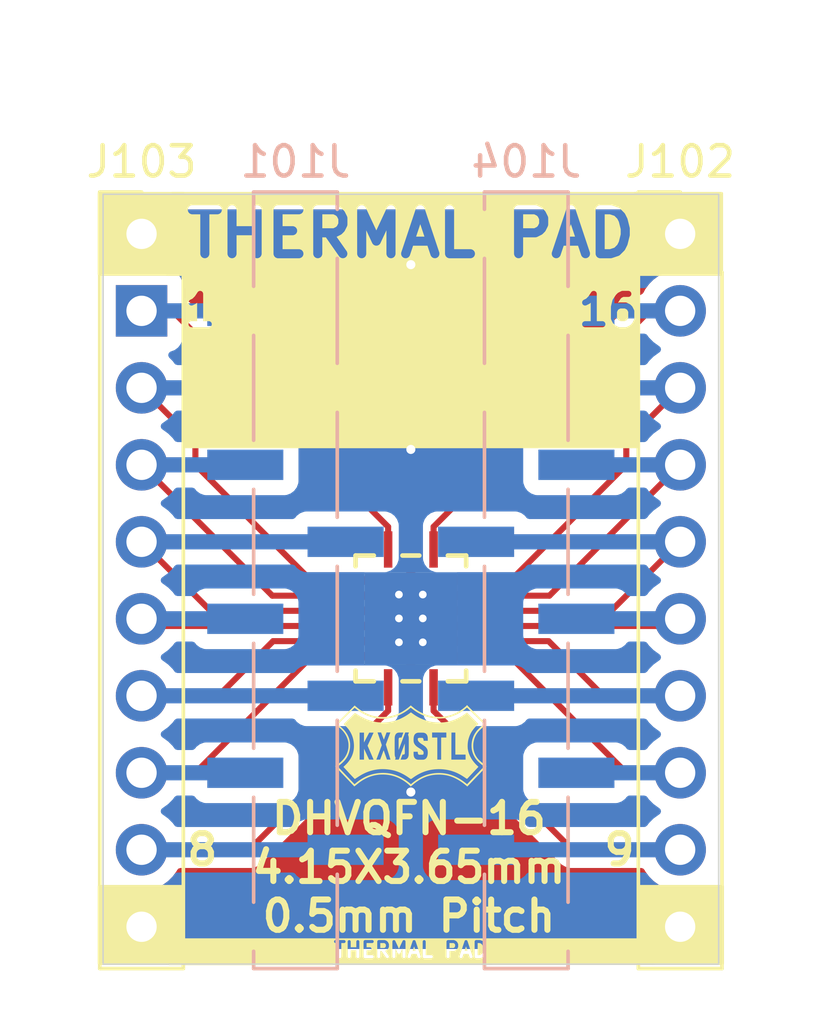
<source format=kicad_pcb>
(kicad_pcb (version 20241229) (generator "pcbnew") (generator_version "9.0")
  (layers (0 "F.Cu" signal) (2 "B.Cu" signal) (13 "F.Paste" user) (15 "B.Paste" user) (5 "F.SilkS" user "F.Silkscreen") (7 "B.SilkS" user "B.Silkscreen") (1 "F.Mask" user) (3 "B.Mask" user) (25 "Edge.Cuts" user))
  (net 0 "")
  (net 1 "/10")
  (net 2 "/3")
  (net 3 "/6")
  (net 4 "/8")
  (net 5 "/1")
  (net 6 "/7")
  (net 7 "/2")
  (net 8 "/9")
  (net 9 "/14")
  (net 10 "/15")
  (net 11 "/5")
  (net 12 "/4")
  (net 13 "/13")
  (net 14 "/12")
  (net 15 "/11")
  (net 16 "/17")
  (net 17 "/16")
  (footprint "libraries:RGY16_2P55X2P05" (layer "F.Cu") (at 133.096 112.5093)
    (property "Reference" "U101" (hide yes))
    (property "Value" "VQFN-16" (hide yes))
    (pad "1" smd rect (at -0.750001 -2.275) (size 0.28 1.2) (layers "F.Cu" "F.Mask") (net 5 "/1"))
    (pad "2" smd rect (at -2.032999 -1.25 90) (size 0.28 1.2) (layers "F.Cu" "F.Mask") (net 7 "/2"))
    (pad "3" smd rect (at -2.032999 -0.750001 90) (size 0.28 1.2) (layers "F.Cu" "F.Mask") (net 2 "/3"))
    (pad "4" smd rect (at -2.032999 -0.25 90) (size 0.28 1.2) (layers "F.Cu" "F.Mask") (net 12 "/4"))
    (pad "5" smd rect (at -2.032999 0.25 90) (size 0.28 1.2) (layers "F.Cu" "F.Mask") (net 11 "/5"))
    (pad "6" smd rect (at -2.032999 0.750001 90) (size 0.28 1.2) (layers "F.Cu" "F.Mask") (net 3 "/6"))
    (pad "7" smd rect (at -2.032999 1.25 90) (size 0.28 1.2) (layers "F.Cu" "F.Mask") (net 6 "/7"))
    (pad "8" smd rect (at -0.750001 2.275) (size 0.28 1.2) (layers "F.Cu" "F.Mask") (net 4 "/8"))
    (pad "9" smd rect (at 0.750001 2.275) (size 0.28 1.2) (layers "F.Cu" "F.Mask") (net 8 "/9"))
    (pad "10" smd rect (at 2.032999 1.25 90) (size 0.28 1.2) (layers "F.Cu" "F.Mask") (net 1 "/10"))
    (pad "11" smd rect (at 2.032999 0.750001 90) (size 0.28 1.2) (layers "F.Cu" "F.Mask") (net 15 "/11"))
    (pad "12" smd rect (at 2.032999 0.25 90) (size 0.28 1.2) (layers "F.Cu" "F.Mask") (net 14 "/12"))
    (pad "13" smd rect (at 2.032999 -0.25 90) (size 0.28 1.2) (layers "F.Cu" "F.Mask") (net 13 "/13"))
    (pad "14" smd rect (at 2.032999 -0.750001 90) (size 0.28 1.2) (layers "F.Cu" "F.Mask") (net 9 "/14"))
    (pad "15" smd rect (at 2.032999 -1.25 90) (size 0.28 1.2) (layers "F.Cu" "F.Mask") (net 10 "/15"))
    (pad "16" smd rect (at 0.750001 -2.275) (size 0.28 1.2) (layers "F.Cu" "F.Mask") (net 17 "/16"))
    (pad "17" thru_hole circle (at -0.3937 -0.7874) (size 0.508 0.508) (drill 0.254) (layers "*.Cu" "*.Mask") (net 16 "/17"))
    (pad "17" thru_hole circle (at -0.3937 0) (size 0.508 0.508) (drill 0.254) (layers "*.Cu" "*.Mask") (net 16 "/17"))
    (pad "17" thru_hole circle (at -0.3937 0.7874) (size 0.508 0.508) (drill 0.254) (layers "*.Cu" "*.Mask") (net 16 "/17"))
    (pad "17" smd rect (at 0 0) (size 2.05 2.55) (layers "F.Cu" "F.Mask") (net 16 "/17"))
    (pad "17" thru_hole circle (at 0.3937 -0.7874) (size 0.508 0.508) (drill 0.254) (layers "*.Cu" "*.Mask") (net 16 "/17"))
    (pad "17" thru_hole circle (at 0.3937 0) (size 0.508 0.508) (drill 0.254) (layers "*.Cu" "*.Mask") (net 16 "/17"))
    (pad "17" thru_hole circle (at 0.3937 0.7874) (size 0.508 0.508) (drill 0.254) (layers "*.Cu" "*.Mask") (net 16 "/17"))
  )
  (footprint "libraries:Logo_5mm_inv" (layer "F.Cu") (at 133.096 116.713)
    (property "Reference" "G***" (hide yes))
    (property "Value" "LOGO" (hide yes))
  )
  (footprint "Connector_PinHeader_2.54mm:PinHeader_1x10_P2.54mm_Vertical" (layer "F.Cu") (at 124.206 99.822)
    (property "Reference" "J103" (at 0 -2.38 0) (layer "F.SilkS"))
    (property "Value" "Conn_01x12")
    (pad "1" thru_hole circle (at 0 0) (size 1.7 1.7) (drill 1) (layers "*.Cu" "*.Mask") (net 16 "/17"))
    (pad "2" thru_hole rect (at 0 2.54) (size 1.7 1.7) (drill 1) (layers "*.Cu" "*.Mask") (net 5 "/1"))
    (pad "3" thru_hole circle (at 0 5.08) (size 1.7 1.7) (drill 1) (layers "*.Cu" "*.Mask") (net 7 "/2"))
    (pad "4" thru_hole circle (at 0 7.62) (size 1.7 1.7) (drill 1) (layers "*.Cu" "*.Mask") (net 2 "/3"))
    (pad "5" thru_hole circle (at 0 10.16) (size 1.7 1.7) (drill 1) (layers "*.Cu" "*.Mask") (net 12 "/4"))
    (pad "6" thru_hole circle (at 0 12.7) (size 1.7 1.7) (drill 1) (layers "*.Cu" "*.Mask") (net 11 "/5"))
    (pad "7" thru_hole circle (at 0 15.24) (size 1.7 1.7) (drill 1) (layers "*.Cu" "*.Mask") (net 3 "/6"))
    (pad "8" thru_hole circle (at 0 17.78) (size 1.7 1.7) (drill 1) (layers "*.Cu" "*.Mask") (net 6 "/7"))
    (pad "9" thru_hole circle (at 0 20.32) (size 1.7 1.7) (drill 1) (layers "*.Cu" "*.Mask") (net 4 "/8"))
    (pad "10" thru_hole circle (at 0 22.86) (size 1.7 1.7) (drill 1) (layers "*.Cu" "*.Mask") (net 16 "/17"))
  )
  (footprint "Connector_PinHeader_2.54mm:PinHeader_1x10_P2.54mm_Vertical" (layer "F.Cu") (at 141.986 99.822)
    (property "Reference" "J102" (at 0 -2.38 0) (layer "F.SilkS"))
    (property "Value" "Conn_01x09")
    (pad "1" thru_hole circle (at 0 0) (size 1.7 1.7) (drill 1) (layers "*.Cu" "*.Mask") (net 16 "/17"))
    (pad "2" thru_hole circle (at 0 2.54) (size 1.7 1.7) (drill 1) (layers "*.Cu" "*.Mask") (net 17 "/16"))
    (pad "3" thru_hole circle (at 0 5.08) (size 1.7 1.7) (drill 1) (layers "*.Cu" "*.Mask") (net 10 "/15"))
    (pad "4" thru_hole circle (at 0 7.62) (size 1.7 1.7) (drill 1) (layers "*.Cu" "*.Mask") (net 9 "/14"))
    (pad "5" thru_hole circle (at 0 10.16) (size 1.7 1.7) (drill 1) (layers "*.Cu" "*.Mask") (net 13 "/13"))
    (pad "6" thru_hole circle (at 0 12.7) (size 1.7 1.7) (drill 1) (layers "*.Cu" "*.Mask") (net 14 "/12"))
    (pad "7" thru_hole circle (at 0 15.24) (size 1.7 1.7) (drill 1) (layers "*.Cu" "*.Mask") (net 15 "/11"))
    (pad "8" thru_hole circle (at 0 17.78) (size 1.7 1.7) (drill 1) (layers "*.Cu" "*.Mask") (net 1 "/10"))
    (pad "9" thru_hole circle (at 0 20.32) (size 1.7 1.7) (drill 1) (layers "*.Cu" "*.Mask") (net 8 "/9"))
    (pad "10" thru_hole circle (at 0 22.86) (size 1.7 1.7) (drill 1) (layers "*.Cu" "*.Mask") (net 16 "/17"))
  )
  (footprint "Connector_PinHeader_2.54mm:PinHeader_1x10_P2.54mm_Vertical_SMD_Pin1Left" (layer "B.Cu") (at 129.286 111.252 180)
    (property "Reference" "J101" (at 0 13.81 0) (layer "B.SilkS") (effects (justify mirror)))
    (property "Value" "Conn_01x09")
    (pad "1" smd rect (at -1.655 11.43 180) (size 2.51 1) (layers "B.Cu" "B.Mask" "B.Paste") (net 16 "/17"))
    (pad "2" smd rect (at 1.655 8.89 180) (size 2.51 1) (layers "B.Cu" "B.Mask" "B.Paste") (net 5 "/1"))
    (pad "3" smd rect (at -1.655 6.35 180) (size 2.51 1) (layers "B.Cu" "B.Mask" "B.Paste") (net 7 "/2"))
    (pad "4" smd rect (at 1.655 3.81 180) (size 2.51 1) (layers "B.Cu" "B.Mask" "B.Paste") (net 2 "/3"))
    (pad "5" smd rect (at -1.655 1.27 180) (size 2.51 1) (layers "B.Cu" "B.Mask" "B.Paste") (net 12 "/4"))
    (pad "6" smd rect (at 1.655 -1.27 180) (size 2.51 1) (layers "B.Cu" "B.Mask" "B.Paste") (net 11 "/5"))
    (pad "7" smd rect (at -1.655 -3.81 180) (size 2.51 1) (layers "B.Cu" "B.Mask" "B.Paste") (net 3 "/6"))
    (pad "8" smd rect (at 1.655 -6.35 180) (size 2.51 1) (layers "B.Cu" "B.Mask" "B.Paste") (net 6 "/7"))
    (pad "9" smd rect (at -1.655 -8.89 180) (size 2.51 1) (layers "B.Cu" "B.Mask" "B.Paste") (net 4 "/8"))
    (pad "10" smd rect (at 1.655 -11.43 180) (size 2.51 1) (layers "B.Cu" "B.Mask" "B.Paste") (net 16 "/17"))
  )
  (footprint "Connector_PinHeader_2.54mm:PinHeader_1x10_P2.54mm_Vertical_SMD_Pin1Right" (layer "B.Cu") (at 136.906 111.252 180)
    (property "Reference" "J104" (at 0 13.81 0) (layer "B.SilkS") (effects (justify mirror)))
    (property "Value" "Conn_01x09")
    (pad "1" smd rect (at 1.655 11.43 180) (size 2.51 1) (layers "B.Cu" "B.Mask" "B.Paste") (net 16 "/17"))
    (pad "2" smd rect (at -1.655 8.89 180) (size 2.51 1) (layers "B.Cu" "B.Mask" "B.Paste") (net 17 "/16"))
    (pad "3" smd rect (at 1.655 6.35 180) (size 2.51 1) (layers "B.Cu" "B.Mask" "B.Paste") (net 10 "/15"))
    (pad "4" smd rect (at -1.655 3.81 180) (size 2.51 1) (layers "B.Cu" "B.Mask" "B.Paste") (net 9 "/14"))
    (pad "5" smd rect (at 1.655 1.27 180) (size 2.51 1) (layers "B.Cu" "B.Mask" "B.Paste") (net 13 "/13"))
    (pad "6" smd rect (at -1.655 -1.27 180) (size 2.51 1) (layers "B.Cu" "B.Mask" "B.Paste") (net 14 "/12"))
    (pad "7" smd rect (at 1.655 -3.81 180) (size 2.51 1) (layers "B.Cu" "B.Mask" "B.Paste") (net 15 "/11"))
    (pad "8" smd rect (at -1.655 -6.35 180) (size 2.51 1) (layers "B.Cu" "B.Mask" "B.Paste") (net 1 "/10"))
    (pad "9" smd rect (at 1.655 -8.89 180) (size 2.51 1) (layers "B.Cu" "B.Mask" "B.Paste") (net 8 "/9"))
    (pad "10" smd rect (at -1.655 -11.43 180) (size 2.51 1) (layers "B.Cu" "B.Mask" "B.Paste") (net 16 "/17"))
  )
  (gr_rect (start 135.642968 123.114197) (end 141.097 123.893692) (stroke (width 0.1)) (fill yes) (layer "F.SilkS"))
  (gr_rect (start 122.809 121.352763) (end 125.530898 123.892763) (stroke (width 0.1)) (fill yes) (layer "F.SilkS"))
  (gr_rect (start 125.121358 123.114149) (end 130.504688 123.901549) (stroke (width 0.1)) (fill yes) (layer "F.SilkS"))
  (gr_rect (start 140.640913 121.352763) (end 143.383 123.892763) (stroke (width 0.1)) (fill yes) (layer "F.SilkS"))
  (gr_rect (start 122.809 98.488375) (end 125.5945 101.155625) (stroke (width 0.1)) (fill yes) (layer "F.SilkS"))
  (gr_rect (start 125.222 98.488375) (end 140.63975 98.716975) (stroke (width 0.1)) (fill yes) (layer "F.SilkS"))
  (gr_rect (start 125.603 103.014726) (end 140.589 106.843726) (stroke (width 0.1)) (fill yes) (layer "F.SilkS"))
  (gr_rect (start 130.302 123.809902) (end 135.763 123.892763) (stroke (width 0.1)) (fill yes) (layer "F.SilkS"))
  (gr_rect (start 125.04425 100.749225) (end 141.351 101.155625) (stroke (width 0.1)) (fill yes) (layer "F.SilkS"))
  (gr_rect (start 126.629 101.065101) (end 138.613 105.256101) (stroke (width 0.1)) (fill yes) (layer "F.SilkS"))
  (gr_rect (start 140.49175 98.488375) (end 143.35325 101.155625) (stroke (width 0.1)) (fill yes) (layer "F.SilkS"))
  (gr_rect (start 125.603 101.100226) (end 140.589 101.569226) (stroke (width 0.1)) (fill yes) (layer "F.SilkS"))
  (gr_rect (start 122.936 98.515274) (end 143.256 123.915274) (stroke (width 0.05)) (fill no) (layer "Edge.Cuts"))
  (gr_text "16" (at 139.61 102.35 0) (layer "F.SilkS" knockout) (effects (font (size 1 1) (thickness 0.2) (bold yes))))
  (gr_text "THERMAL PAD" (at 133.096 99.822 0) (layer "F.SilkS" knockout) (effects (font (size 1.45 1.45) (thickness 0.3))))
  (gr_text "1" (at 126.14 102.35 0) (layer "F.SilkS" knockout) (effects (font (size 1 1) (thickness 0.2) (bold yes))))
  (gr_text "DHVQFN-16\n4.15X3.65mm\n0.5mm Pitch" (at 133.0325 122.915507 0) (layer "F.SilkS") (effects (font (size 1 1) (thickness 0.2) (bold yes)) (justify bottom)))
  (gr_text "9" (at 140.589 120.142 0) (layer "F.SilkS") (effects (font (size 1 1) (thickness 0.2) (bold yes)) (justify right)))
  (gr_text "THERMAL PAD" (at 133.096 123.444 0) (layer "F.SilkS" knockout) (effects (font (size 0.5 0.5) (thickness 0.1) (bold yes))))
  (gr_text "8" (at 125.603 120.142 0) (layer "F.SilkS") (effects (font (size 1 1) (thickness 0.2) (bold yes)) (justify left)))
  (segment (start 136.3653 113.7593) (end 140.208 117.602) (width 0.2) (layer "F.Cu") (net 1))
  (segment (start 140.208 117.602) (end 141.986 117.602) (width 0.2) (layer "F.Cu") (net 1))
  (segment (start 135.128999 113.7593) (end 136.3653 113.7593) (width 0.2) (layer "F.Cu") (net 1))
  (segment (start 138.561 117.602) (end 141.986 117.602) (width 0.5) (layer "B.Cu") (net 1))
  (segment (start 131.063001 111.759299) (end 128.523299 111.759299) (width 0.2) (layer "F.Cu") (net 2))
  (segment (start 128.523299 111.759299) (end 124.206 107.442) (width 0.2) (layer "F.Cu") (net 2))
  (segment (start 127.631 107.442) (end 124.206 107.442) (width 0.5) (layer "B.Cu") (net 2))
  (segment (start 128.548699 113.259301) (end 126.746 115.062) (width 0.2) (layer "F.Cu") (net 3))
  (segment (start 126.746 115.062) (end 124.206 115.062) (width 0.2) (layer "F.Cu") (net 3))
  (segment (start 131.063001 113.259301) (end 128.548699 113.259301) (width 0.2) (layer "F.Cu") (net 3))
  (segment (start 124.206 115.062) (end 130.941 115.062) (width 0.5) (layer "B.Cu") (net 3))
  (segment (start 127.762 120.142) (end 124.206 120.142) (width 0.2) (layer "F.Cu") (net 4))
  (segment (start 132.345999 114.7843) (end 132.345999 115.558001) (width 0.2) (layer "F.Cu") (net 4))
  (segment (start 132.345999 115.558001) (end 127.762 120.142) (width 0.2) (layer "F.Cu") (net 4))
  (segment (start 130.941 120.142) (end 124.206 120.142) (width 0.5) (layer "B.Cu") (net 4))
  (segment (start 132.345999 110.2343) (end 132.345999 109.485999) (width 0.2) (layer "F.Cu") (net 5))
  (segment (start 125.222 102.362) (end 124.206 102.362) (width 0.2) (layer "F.Cu") (net 5))
  (segment (start 132.345999 109.485999) (end 125.222 102.362) (width 0.2) (layer "F.Cu") (net 5))
  (segment (start 127.631 102.362) (end 124.206 102.362) (width 0.5) (layer "B.Cu") (net 5))
  (segment (start 131.063001 113.7593) (end 129.8267 113.7593) (width 0.2) (layer "F.Cu") (net 6))
  (segment (start 125.984 117.602) (end 124.206 117.602) (width 0.2) (layer "F.Cu") (net 6))
  (segment (start 129.8267 113.7593) (end 125.984 117.602) (width 0.2) (layer "F.Cu") (net 6))
  (segment (start 127.631 117.602) (end 124.206 117.602) (width 0.5) (layer "B.Cu") (net 6))
  (segment (start 125.984 106.68) (end 124.206 104.902) (width 0.2) (layer "F.Cu") (net 7))
  (segment (start 125.984 107.442) (end 125.984 106.68) (width 0.2) (layer "F.Cu") (net 7))
  (segment (start 129.8013 111.2593) (end 125.984 107.442) (width 0.2) (layer "F.Cu") (net 7))
  (segment (start 131.063001 111.2593) (end 129.8013 111.2593) (width 0.2) (layer "F.Cu") (net 7))
  (segment (start 124.206 105.156) (end 124.206 104.902) (width 0.2) (layer "F.Cu") (net 7))
  (segment (start 124.206 104.902) (end 130.941 104.902) (width 0.5) (layer "B.Cu") (net 7))
  (segment (start 138.43 120.142) (end 141.986 120.142) (width 0.2) (layer "F.Cu") (net 8))
  (segment (start 133.846001 115.558001) (end 138.43 120.142) (width 0.2) (layer "F.Cu") (net 8))
  (segment (start 133.846001 114.7843) (end 133.846001 115.558001) (width 0.2) (layer "F.Cu") (net 8))
  (segment (start 141.986 120.142) (end 135.251 120.142) (width 0.5) (layer "B.Cu") (net 8))
  (segment (start 135.128999 111.759299) (end 137.668701 111.759299) (width 0.2) (layer "F.Cu") (net 9))
  (segment (start 137.668701 111.759299) (end 141.986 107.442) (width 0.2) (layer "F.Cu") (net 9))
  (segment (start 138.561 107.442) (end 141.986 107.442) (width 0.5) (layer "B.Cu") (net 9))
  (segment (start 140.208 106.68) (end 141.986 104.902) (width 0.2) (layer "F.Cu") (net 10))
  (segment (start 135.128999 111.2593) (end 136.3907 111.2593) (width 0.2) (layer "F.Cu") (net 10))
  (segment (start 136.3907 111.2593) (end 140.208 107.442) (width 0.2) (layer "F.Cu") (net 10))
  (segment (start 140.208 107.442) (end 140.208 106.68) (width 0.2) (layer "F.Cu") (net 10))
  (segment (start 141.986 104.902) (end 135.251 104.902) (width 0.5) (layer "B.Cu") (net 10))
  (segment (start 131.063001 112.7593) (end 124.4433 112.7593) (width 0.2) (layer "F.Cu") (net 11))
  (segment (start 124.4433 112.7593) (end 124.206 112.522) (width 0.2) (layer "F.Cu") (net 11))
  (segment (start 127.631 112.522) (end 124.206 112.522) (width 0.5) (layer "B.Cu") (net 11))
  (segment (start 126.4833 112.2593) (end 124.206 109.982) (width 0.2) (layer "F.Cu") (net 12))
  (segment (start 131.063001 112.2593) (end 126.4833 112.2593) (width 0.2) (layer "F.Cu") (net 12))
  (segment (start 124.206 109.982) (end 130.941 109.982) (width 0.5) (layer "B.Cu") (net 12))
  (segment (start 135.128999 112.2593) (end 139.7087 112.2593) (width 0.2) (layer "F.Cu") (net 13))
  (segment (start 139.7087 112.2593) (end 141.986 109.982) (width 0.2) (layer "F.Cu") (net 13))
  (segment (start 141.986 109.982) (end 135.251 109.982) (width 0.5) (layer "B.Cu") (net 13))
  (segment (start 141.7487 112.7593) (end 141.986 112.522) (width 0.2) (layer "F.Cu") (net 14))
  (segment (start 135.128999 112.7593) (end 141.7487 112.7593) (width 0.2) (layer "F.Cu") (net 14))
  (segment (start 138.561 112.522) (end 141.986 112.522) (width 0.5) (layer "B.Cu") (net 14))
  (segment (start 135.128999 113.259301) (end 137.643301 113.259301) (width 0.2) (layer "F.Cu") (net 15))
  (segment (start 139.446 115.062) (end 141.986 115.062) (width 0.2) (layer "F.Cu") (net 15))
  (segment (start 137.643301 113.259301) (end 139.446 115.062) (width 0.2) (layer "F.Cu") (net 15))
  (segment (start 141.986 115.062) (end 135.251 115.062) (width 0.5) (layer "B.Cu") (net 15))
  (segment (start 133.096 112.5093) (end 133.096 106.934) (width 0.3) (layer "F.Cu") (net 16))
  (segment (start 133.096 118.237) (end 133.096 112.5093) (width 0.3) (layer "F.Cu") (net 16))
  (via (at 133.096 118.237) (size 0.6) (drill 0.3) (layers "F.Cu" "B.Cu") (net 16))
  (via (at 133.096 106.934) (size 0.6) (drill 0.3) (layers "F.Cu" "B.Cu") (net 16))
  (via (at 133.096 100.838) (size 0.6) (drill 0.3) (layers "F.Cu" "B.Cu") (net 16))
  (segment (start 124.206 99.822) (end 141.986 99.822) (width 0.5) (layer "B.Cu") (net 16))
  (segment (start 124.206 122.682) (end 141.986 122.682) (width 0.5) (layer "B.Cu") (net 16))
  (segment (start 140.97 102.362) (end 141.986 102.362) (width 0.2) (layer "F.Cu") (net 17))
  (segment (start 133.846001 110.2343) (end 133.846001 109.485999) (width 0.2) (layer "F.Cu") (net 17))
  (segment (start 133.846001 109.485999) (end 140.97 102.362) (width 0.2) (layer "F.Cu") (net 17))
  (segment (start 138.561 102.362) (end 141.986 102.362) (width 0.5) (layer "B.Cu") (net 17))
  (zone (net 16) (net_name "/17") (layers "F.Cu" "B.Cu") (priority 1) (connect_pads yes (clearance 0.5)) (min_thickness 0.25) (fill yes (thermal_gap 0.5) (thermal_bridge_width 0.5))
    (polygon (pts (xy 122.988658 98.50523) (xy 143.308658 98.50523) (xy 143.308658 123.90523) (xy 122.988658 123.90523)))
  )
  (zone (net 10) (net_name "/15") (layer "B.Cu") (connect_pads yes (clearance 0.5)) (min_thickness 0.25) (fill yes (thermal_gap 0.5) (thermal_bridge_width 0.5))
    (polygon (pts (xy 131.826 92.106037) (xy 131.826 125.253037) (xy 134.366 125.253037) (xy 134.366 92.106037)))
  )
  (zone (net 16) (net_name "/17") (layer "B.Cu") (priority 2) (connect_pads yes (clearance 0)) (min_thickness 0.025) (fill yes (thermal_gap 0.5) (thermal_bridge_width 0.5))
    (polygon (pts (xy 131.572 110.998) (xy 134.62 110.998) (xy 134.62 114.046) (xy 131.572 114.046)))
  )
)
</source>
